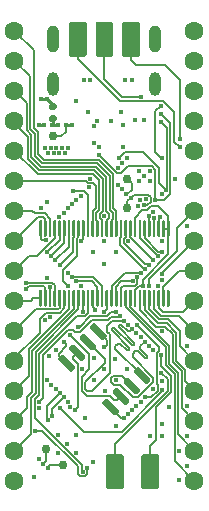
<source format=gbr>
G04 #@! TF.GenerationSoftware,KiCad,Pcbnew,5.1.9-1.fc33*
G04 #@! TF.CreationDate,2021-01-19T19:29:36+01:00*
G04 #@! TF.ProjectId,reDIP-SX,72654449-502d-4535-982e-6b696361645f,0.1*
G04 #@! TF.SameCoordinates,PX5e28010PY8011a50*
G04 #@! TF.FileFunction,Copper,L6,Bot*
G04 #@! TF.FilePolarity,Positive*
%FSLAX46Y46*%
G04 Gerber Fmt 4.6, Leading zero omitted, Abs format (unit mm)*
G04 Created by KiCad (PCBNEW 5.1.9-1.fc33) date 2021-01-19 19:29:36*
%MOMM*%
%LPD*%
G01*
G04 APERTURE LIST*
G04 #@! TA.AperFunction,ComponentPad*
%ADD10O,1.000000X2.300000*%
G04 #@! TD*
G04 #@! TA.AperFunction,ComponentPad*
%ADD11O,1.000000X2.000000*%
G04 #@! TD*
G04 #@! TA.AperFunction,ComponentPad*
%ADD12C,1.600000*%
G04 #@! TD*
G04 #@! TA.AperFunction,SMDPad,CuDef*
%ADD13C,0.750000*%
G04 #@! TD*
G04 #@! TA.AperFunction,ViaPad*
%ADD14C,0.400000*%
G04 #@! TD*
G04 #@! TA.AperFunction,Conductor*
%ADD15C,0.150000*%
G04 #@! TD*
G04 #@! TA.AperFunction,Conductor*
%ADD16C,0.200000*%
G04 #@! TD*
G04 #@! TA.AperFunction,Conductor*
%ADD17C,0.250000*%
G04 #@! TD*
G04 APERTURE END LIST*
D10*
X13210000Y38690000D03*
X4570000Y38690000D03*
D11*
X13210000Y34865000D03*
X4570000Y34865000D03*
D12*
X1270000Y26670000D03*
X1270000Y29210000D03*
X1270000Y31750000D03*
X1270000Y34290000D03*
X1270000Y36830000D03*
X1270000Y39370000D03*
G04 #@! TA.AperFunction,SMDPad,CuDef*
G36*
G01*
X3605000Y17352500D02*
X3605000Y16067500D01*
G75*
G02*
X3547500Y16010000I-57500J0D01*
G01*
X3432500Y16010000D01*
G75*
G02*
X3375000Y16067500I0J57500D01*
G01*
X3375000Y17352500D01*
G75*
G02*
X3432500Y17410000I57500J0D01*
G01*
X3547500Y17410000D01*
G75*
G02*
X3605000Y17352500I0J-57500D01*
G01*
G37*
G04 #@! TD.AperFunction*
G04 #@! TA.AperFunction,SMDPad,CuDef*
G36*
G01*
X3605000Y23252500D02*
X3605000Y21967500D01*
G75*
G02*
X3547500Y21910000I-57500J0D01*
G01*
X3432500Y21910000D01*
G75*
G02*
X3375000Y21967500I0J57500D01*
G01*
X3375000Y23252500D01*
G75*
G02*
X3432500Y23310000I57500J0D01*
G01*
X3547500Y23310000D01*
G75*
G02*
X3605000Y23252500I0J-57500D01*
G01*
G37*
G04 #@! TD.AperFunction*
G04 #@! TA.AperFunction,SMDPad,CuDef*
G36*
G01*
X4005000Y17352500D02*
X4005000Y16067500D01*
G75*
G02*
X3947500Y16010000I-57500J0D01*
G01*
X3832500Y16010000D01*
G75*
G02*
X3775000Y16067500I0J57500D01*
G01*
X3775000Y17352500D01*
G75*
G02*
X3832500Y17410000I57500J0D01*
G01*
X3947500Y17410000D01*
G75*
G02*
X4005000Y17352500I0J-57500D01*
G01*
G37*
G04 #@! TD.AperFunction*
G04 #@! TA.AperFunction,SMDPad,CuDef*
G36*
G01*
X4005000Y23252500D02*
X4005000Y21967500D01*
G75*
G02*
X3947500Y21910000I-57500J0D01*
G01*
X3832500Y21910000D01*
G75*
G02*
X3775000Y21967500I0J57500D01*
G01*
X3775000Y23252500D01*
G75*
G02*
X3832500Y23310000I57500J0D01*
G01*
X3947500Y23310000D01*
G75*
G02*
X4005000Y23252500I0J-57500D01*
G01*
G37*
G04 #@! TD.AperFunction*
G04 #@! TA.AperFunction,SMDPad,CuDef*
G36*
G01*
X4405000Y17352500D02*
X4405000Y16067500D01*
G75*
G02*
X4347500Y16010000I-57500J0D01*
G01*
X4232500Y16010000D01*
G75*
G02*
X4175000Y16067500I0J57500D01*
G01*
X4175000Y17352500D01*
G75*
G02*
X4232500Y17410000I57500J0D01*
G01*
X4347500Y17410000D01*
G75*
G02*
X4405000Y17352500I0J-57500D01*
G01*
G37*
G04 #@! TD.AperFunction*
G04 #@! TA.AperFunction,SMDPad,CuDef*
G36*
G01*
X4405000Y23252500D02*
X4405000Y21967500D01*
G75*
G02*
X4347500Y21910000I-57500J0D01*
G01*
X4232500Y21910000D01*
G75*
G02*
X4175000Y21967500I0J57500D01*
G01*
X4175000Y23252500D01*
G75*
G02*
X4232500Y23310000I57500J0D01*
G01*
X4347500Y23310000D01*
G75*
G02*
X4405000Y23252500I0J-57500D01*
G01*
G37*
G04 #@! TD.AperFunction*
G04 #@! TA.AperFunction,SMDPad,CuDef*
G36*
G01*
X4805000Y17352500D02*
X4805000Y16067500D01*
G75*
G02*
X4747500Y16010000I-57500J0D01*
G01*
X4632500Y16010000D01*
G75*
G02*
X4575000Y16067500I0J57500D01*
G01*
X4575000Y17352500D01*
G75*
G02*
X4632500Y17410000I57500J0D01*
G01*
X4747500Y17410000D01*
G75*
G02*
X4805000Y17352500I0J-57500D01*
G01*
G37*
G04 #@! TD.AperFunction*
G04 #@! TA.AperFunction,SMDPad,CuDef*
G36*
G01*
X4805000Y23252500D02*
X4805000Y21967500D01*
G75*
G02*
X4747500Y21910000I-57500J0D01*
G01*
X4632500Y21910000D01*
G75*
G02*
X4575000Y21967500I0J57500D01*
G01*
X4575000Y23252500D01*
G75*
G02*
X4632500Y23310000I57500J0D01*
G01*
X4747500Y23310000D01*
G75*
G02*
X4805000Y23252500I0J-57500D01*
G01*
G37*
G04 #@! TD.AperFunction*
G04 #@! TA.AperFunction,SMDPad,CuDef*
G36*
G01*
X5205000Y17352500D02*
X5205000Y16067500D01*
G75*
G02*
X5147500Y16010000I-57500J0D01*
G01*
X5032500Y16010000D01*
G75*
G02*
X4975000Y16067500I0J57500D01*
G01*
X4975000Y17352500D01*
G75*
G02*
X5032500Y17410000I57500J0D01*
G01*
X5147500Y17410000D01*
G75*
G02*
X5205000Y17352500I0J-57500D01*
G01*
G37*
G04 #@! TD.AperFunction*
G04 #@! TA.AperFunction,SMDPad,CuDef*
G36*
G01*
X5205000Y23252500D02*
X5205000Y21967500D01*
G75*
G02*
X5147500Y21910000I-57500J0D01*
G01*
X5032500Y21910000D01*
G75*
G02*
X4975000Y21967500I0J57500D01*
G01*
X4975000Y23252500D01*
G75*
G02*
X5032500Y23310000I57500J0D01*
G01*
X5147500Y23310000D01*
G75*
G02*
X5205000Y23252500I0J-57500D01*
G01*
G37*
G04 #@! TD.AperFunction*
G04 #@! TA.AperFunction,SMDPad,CuDef*
G36*
G01*
X5605000Y17352500D02*
X5605000Y16067500D01*
G75*
G02*
X5547500Y16010000I-57500J0D01*
G01*
X5432500Y16010000D01*
G75*
G02*
X5375000Y16067500I0J57500D01*
G01*
X5375000Y17352500D01*
G75*
G02*
X5432500Y17410000I57500J0D01*
G01*
X5547500Y17410000D01*
G75*
G02*
X5605000Y17352500I0J-57500D01*
G01*
G37*
G04 #@! TD.AperFunction*
G04 #@! TA.AperFunction,SMDPad,CuDef*
G36*
G01*
X5605000Y23252500D02*
X5605000Y21967500D01*
G75*
G02*
X5547500Y21910000I-57500J0D01*
G01*
X5432500Y21910000D01*
G75*
G02*
X5375000Y21967500I0J57500D01*
G01*
X5375000Y23252500D01*
G75*
G02*
X5432500Y23310000I57500J0D01*
G01*
X5547500Y23310000D01*
G75*
G02*
X5605000Y23252500I0J-57500D01*
G01*
G37*
G04 #@! TD.AperFunction*
G04 #@! TA.AperFunction,SMDPad,CuDef*
G36*
G01*
X6005000Y17352500D02*
X6005000Y16067500D01*
G75*
G02*
X5947500Y16010000I-57500J0D01*
G01*
X5832500Y16010000D01*
G75*
G02*
X5775000Y16067500I0J57500D01*
G01*
X5775000Y17352500D01*
G75*
G02*
X5832500Y17410000I57500J0D01*
G01*
X5947500Y17410000D01*
G75*
G02*
X6005000Y17352500I0J-57500D01*
G01*
G37*
G04 #@! TD.AperFunction*
G04 #@! TA.AperFunction,SMDPad,CuDef*
G36*
G01*
X6005000Y23252500D02*
X6005000Y21967500D01*
G75*
G02*
X5947500Y21910000I-57500J0D01*
G01*
X5832500Y21910000D01*
G75*
G02*
X5775000Y21967500I0J57500D01*
G01*
X5775000Y23252500D01*
G75*
G02*
X5832500Y23310000I57500J0D01*
G01*
X5947500Y23310000D01*
G75*
G02*
X6005000Y23252500I0J-57500D01*
G01*
G37*
G04 #@! TD.AperFunction*
G04 #@! TA.AperFunction,SMDPad,CuDef*
G36*
G01*
X6405000Y17352500D02*
X6405000Y16067500D01*
G75*
G02*
X6347500Y16010000I-57500J0D01*
G01*
X6232500Y16010000D01*
G75*
G02*
X6175000Y16067500I0J57500D01*
G01*
X6175000Y17352500D01*
G75*
G02*
X6232500Y17410000I57500J0D01*
G01*
X6347500Y17410000D01*
G75*
G02*
X6405000Y17352500I0J-57500D01*
G01*
G37*
G04 #@! TD.AperFunction*
G04 #@! TA.AperFunction,SMDPad,CuDef*
G36*
G01*
X6405000Y23252500D02*
X6405000Y21967500D01*
G75*
G02*
X6347500Y21910000I-57500J0D01*
G01*
X6232500Y21910000D01*
G75*
G02*
X6175000Y21967500I0J57500D01*
G01*
X6175000Y23252500D01*
G75*
G02*
X6232500Y23310000I57500J0D01*
G01*
X6347500Y23310000D01*
G75*
G02*
X6405000Y23252500I0J-57500D01*
G01*
G37*
G04 #@! TD.AperFunction*
G04 #@! TA.AperFunction,SMDPad,CuDef*
G36*
G01*
X6805000Y17352500D02*
X6805000Y16067500D01*
G75*
G02*
X6747500Y16010000I-57500J0D01*
G01*
X6632500Y16010000D01*
G75*
G02*
X6575000Y16067500I0J57500D01*
G01*
X6575000Y17352500D01*
G75*
G02*
X6632500Y17410000I57500J0D01*
G01*
X6747500Y17410000D01*
G75*
G02*
X6805000Y17352500I0J-57500D01*
G01*
G37*
G04 #@! TD.AperFunction*
G04 #@! TA.AperFunction,SMDPad,CuDef*
G36*
G01*
X6805000Y23252500D02*
X6805000Y21967500D01*
G75*
G02*
X6747500Y21910000I-57500J0D01*
G01*
X6632500Y21910000D01*
G75*
G02*
X6575000Y21967500I0J57500D01*
G01*
X6575000Y23252500D01*
G75*
G02*
X6632500Y23310000I57500J0D01*
G01*
X6747500Y23310000D01*
G75*
G02*
X6805000Y23252500I0J-57500D01*
G01*
G37*
G04 #@! TD.AperFunction*
G04 #@! TA.AperFunction,SMDPad,CuDef*
G36*
G01*
X7205000Y17352500D02*
X7205000Y16067500D01*
G75*
G02*
X7147500Y16010000I-57500J0D01*
G01*
X7032500Y16010000D01*
G75*
G02*
X6975000Y16067500I0J57500D01*
G01*
X6975000Y17352500D01*
G75*
G02*
X7032500Y17410000I57500J0D01*
G01*
X7147500Y17410000D01*
G75*
G02*
X7205000Y17352500I0J-57500D01*
G01*
G37*
G04 #@! TD.AperFunction*
G04 #@! TA.AperFunction,SMDPad,CuDef*
G36*
G01*
X7205000Y23252500D02*
X7205000Y21967500D01*
G75*
G02*
X7147500Y21910000I-57500J0D01*
G01*
X7032500Y21910000D01*
G75*
G02*
X6975000Y21967500I0J57500D01*
G01*
X6975000Y23252500D01*
G75*
G02*
X7032500Y23310000I57500J0D01*
G01*
X7147500Y23310000D01*
G75*
G02*
X7205000Y23252500I0J-57500D01*
G01*
G37*
G04 #@! TD.AperFunction*
G04 #@! TA.AperFunction,SMDPad,CuDef*
G36*
G01*
X7605000Y17352500D02*
X7605000Y16067500D01*
G75*
G02*
X7547500Y16010000I-57500J0D01*
G01*
X7432500Y16010000D01*
G75*
G02*
X7375000Y16067500I0J57500D01*
G01*
X7375000Y17352500D01*
G75*
G02*
X7432500Y17410000I57500J0D01*
G01*
X7547500Y17410000D01*
G75*
G02*
X7605000Y17352500I0J-57500D01*
G01*
G37*
G04 #@! TD.AperFunction*
G04 #@! TA.AperFunction,SMDPad,CuDef*
G36*
G01*
X7605000Y23252500D02*
X7605000Y21967500D01*
G75*
G02*
X7547500Y21910000I-57500J0D01*
G01*
X7432500Y21910000D01*
G75*
G02*
X7375000Y21967500I0J57500D01*
G01*
X7375000Y23252500D01*
G75*
G02*
X7432500Y23310000I57500J0D01*
G01*
X7547500Y23310000D01*
G75*
G02*
X7605000Y23252500I0J-57500D01*
G01*
G37*
G04 #@! TD.AperFunction*
G04 #@! TA.AperFunction,SMDPad,CuDef*
G36*
G01*
X8005000Y17352500D02*
X8005000Y16067500D01*
G75*
G02*
X7947500Y16010000I-57500J0D01*
G01*
X7832500Y16010000D01*
G75*
G02*
X7775000Y16067500I0J57500D01*
G01*
X7775000Y17352500D01*
G75*
G02*
X7832500Y17410000I57500J0D01*
G01*
X7947500Y17410000D01*
G75*
G02*
X8005000Y17352500I0J-57500D01*
G01*
G37*
G04 #@! TD.AperFunction*
G04 #@! TA.AperFunction,SMDPad,CuDef*
G36*
G01*
X8005000Y23252500D02*
X8005000Y21967500D01*
G75*
G02*
X7947500Y21910000I-57500J0D01*
G01*
X7832500Y21910000D01*
G75*
G02*
X7775000Y21967500I0J57500D01*
G01*
X7775000Y23252500D01*
G75*
G02*
X7832500Y23310000I57500J0D01*
G01*
X7947500Y23310000D01*
G75*
G02*
X8005000Y23252500I0J-57500D01*
G01*
G37*
G04 #@! TD.AperFunction*
G04 #@! TA.AperFunction,SMDPad,CuDef*
G36*
G01*
X8405000Y17352500D02*
X8405000Y16067500D01*
G75*
G02*
X8347500Y16010000I-57500J0D01*
G01*
X8232500Y16010000D01*
G75*
G02*
X8175000Y16067500I0J57500D01*
G01*
X8175000Y17352500D01*
G75*
G02*
X8232500Y17410000I57500J0D01*
G01*
X8347500Y17410000D01*
G75*
G02*
X8405000Y17352500I0J-57500D01*
G01*
G37*
G04 #@! TD.AperFunction*
G04 #@! TA.AperFunction,SMDPad,CuDef*
G36*
G01*
X8405000Y23252500D02*
X8405000Y21967500D01*
G75*
G02*
X8347500Y21910000I-57500J0D01*
G01*
X8232500Y21910000D01*
G75*
G02*
X8175000Y21967500I0J57500D01*
G01*
X8175000Y23252500D01*
G75*
G02*
X8232500Y23310000I57500J0D01*
G01*
X8347500Y23310000D01*
G75*
G02*
X8405000Y23252500I0J-57500D01*
G01*
G37*
G04 #@! TD.AperFunction*
G04 #@! TA.AperFunction,SMDPad,CuDef*
G36*
G01*
X8805000Y17352500D02*
X8805000Y16067500D01*
G75*
G02*
X8747500Y16010000I-57500J0D01*
G01*
X8632500Y16010000D01*
G75*
G02*
X8575000Y16067500I0J57500D01*
G01*
X8575000Y17352500D01*
G75*
G02*
X8632500Y17410000I57500J0D01*
G01*
X8747500Y17410000D01*
G75*
G02*
X8805000Y17352500I0J-57500D01*
G01*
G37*
G04 #@! TD.AperFunction*
G04 #@! TA.AperFunction,SMDPad,CuDef*
G36*
G01*
X8805000Y23252500D02*
X8805000Y21967500D01*
G75*
G02*
X8747500Y21910000I-57500J0D01*
G01*
X8632500Y21910000D01*
G75*
G02*
X8575000Y21967500I0J57500D01*
G01*
X8575000Y23252500D01*
G75*
G02*
X8632500Y23310000I57500J0D01*
G01*
X8747500Y23310000D01*
G75*
G02*
X8805000Y23252500I0J-57500D01*
G01*
G37*
G04 #@! TD.AperFunction*
G04 #@! TA.AperFunction,SMDPad,CuDef*
G36*
G01*
X9205000Y17352500D02*
X9205000Y16067500D01*
G75*
G02*
X9147500Y16010000I-57500J0D01*
G01*
X9032500Y16010000D01*
G75*
G02*
X8975000Y16067500I0J57500D01*
G01*
X8975000Y17352500D01*
G75*
G02*
X9032500Y17410000I57500J0D01*
G01*
X9147500Y17410000D01*
G75*
G02*
X9205000Y17352500I0J-57500D01*
G01*
G37*
G04 #@! TD.AperFunction*
G04 #@! TA.AperFunction,SMDPad,CuDef*
G36*
G01*
X9205000Y23252500D02*
X9205000Y21967500D01*
G75*
G02*
X9147500Y21910000I-57500J0D01*
G01*
X9032500Y21910000D01*
G75*
G02*
X8975000Y21967500I0J57500D01*
G01*
X8975000Y23252500D01*
G75*
G02*
X9032500Y23310000I57500J0D01*
G01*
X9147500Y23310000D01*
G75*
G02*
X9205000Y23252500I0J-57500D01*
G01*
G37*
G04 #@! TD.AperFunction*
G04 #@! TA.AperFunction,SMDPad,CuDef*
G36*
G01*
X9605000Y17352500D02*
X9605000Y16067500D01*
G75*
G02*
X9547500Y16010000I-57500J0D01*
G01*
X9432500Y16010000D01*
G75*
G02*
X9375000Y16067500I0J57500D01*
G01*
X9375000Y17352500D01*
G75*
G02*
X9432500Y17410000I57500J0D01*
G01*
X9547500Y17410000D01*
G75*
G02*
X9605000Y17352500I0J-57500D01*
G01*
G37*
G04 #@! TD.AperFunction*
G04 #@! TA.AperFunction,SMDPad,CuDef*
G36*
G01*
X9605000Y23252500D02*
X9605000Y21967500D01*
G75*
G02*
X9547500Y21910000I-57500J0D01*
G01*
X9432500Y21910000D01*
G75*
G02*
X9375000Y21967500I0J57500D01*
G01*
X9375000Y23252500D01*
G75*
G02*
X9432500Y23310000I57500J0D01*
G01*
X9547500Y23310000D01*
G75*
G02*
X9605000Y23252500I0J-57500D01*
G01*
G37*
G04 #@! TD.AperFunction*
G04 #@! TA.AperFunction,SMDPad,CuDef*
G36*
G01*
X10005000Y17352500D02*
X10005000Y16067500D01*
G75*
G02*
X9947500Y16010000I-57500J0D01*
G01*
X9832500Y16010000D01*
G75*
G02*
X9775000Y16067500I0J57500D01*
G01*
X9775000Y17352500D01*
G75*
G02*
X9832500Y17410000I57500J0D01*
G01*
X9947500Y17410000D01*
G75*
G02*
X10005000Y17352500I0J-57500D01*
G01*
G37*
G04 #@! TD.AperFunction*
G04 #@! TA.AperFunction,SMDPad,CuDef*
G36*
G01*
X10005000Y23252500D02*
X10005000Y21967500D01*
G75*
G02*
X9947500Y21910000I-57500J0D01*
G01*
X9832500Y21910000D01*
G75*
G02*
X9775000Y21967500I0J57500D01*
G01*
X9775000Y23252500D01*
G75*
G02*
X9832500Y23310000I57500J0D01*
G01*
X9947500Y23310000D01*
G75*
G02*
X10005000Y23252500I0J-57500D01*
G01*
G37*
G04 #@! TD.AperFunction*
G04 #@! TA.AperFunction,SMDPad,CuDef*
G36*
G01*
X10405000Y17352500D02*
X10405000Y16067500D01*
G75*
G02*
X10347500Y16010000I-57500J0D01*
G01*
X10232500Y16010000D01*
G75*
G02*
X10175000Y16067500I0J57500D01*
G01*
X10175000Y17352500D01*
G75*
G02*
X10232500Y17410000I57500J0D01*
G01*
X10347500Y17410000D01*
G75*
G02*
X10405000Y17352500I0J-57500D01*
G01*
G37*
G04 #@! TD.AperFunction*
G04 #@! TA.AperFunction,SMDPad,CuDef*
G36*
G01*
X10405000Y23252500D02*
X10405000Y21967500D01*
G75*
G02*
X10347500Y21910000I-57500J0D01*
G01*
X10232500Y21910000D01*
G75*
G02*
X10175000Y21967500I0J57500D01*
G01*
X10175000Y23252500D01*
G75*
G02*
X10232500Y23310000I57500J0D01*
G01*
X10347500Y23310000D01*
G75*
G02*
X10405000Y23252500I0J-57500D01*
G01*
G37*
G04 #@! TD.AperFunction*
G04 #@! TA.AperFunction,SMDPad,CuDef*
G36*
G01*
X10805000Y17352500D02*
X10805000Y16067500D01*
G75*
G02*
X10747500Y16010000I-57500J0D01*
G01*
X10632500Y16010000D01*
G75*
G02*
X10575000Y16067500I0J57500D01*
G01*
X10575000Y17352500D01*
G75*
G02*
X10632500Y17410000I57500J0D01*
G01*
X10747500Y17410000D01*
G75*
G02*
X10805000Y17352500I0J-57500D01*
G01*
G37*
G04 #@! TD.AperFunction*
G04 #@! TA.AperFunction,SMDPad,CuDef*
G36*
G01*
X10805000Y23252500D02*
X10805000Y21967500D01*
G75*
G02*
X10747500Y21910000I-57500J0D01*
G01*
X10632500Y21910000D01*
G75*
G02*
X10575000Y21967500I0J57500D01*
G01*
X10575000Y23252500D01*
G75*
G02*
X10632500Y23310000I57500J0D01*
G01*
X10747500Y23310000D01*
G75*
G02*
X10805000Y23252500I0J-57500D01*
G01*
G37*
G04 #@! TD.AperFunction*
G04 #@! TA.AperFunction,SMDPad,CuDef*
G36*
G01*
X11205000Y17352500D02*
X11205000Y16067500D01*
G75*
G02*
X11147500Y16010000I-57500J0D01*
G01*
X11032500Y16010000D01*
G75*
G02*
X10975000Y16067500I0J57500D01*
G01*
X10975000Y17352500D01*
G75*
G02*
X11032500Y17410000I57500J0D01*
G01*
X11147500Y17410000D01*
G75*
G02*
X11205000Y17352500I0J-57500D01*
G01*
G37*
G04 #@! TD.AperFunction*
G04 #@! TA.AperFunction,SMDPad,CuDef*
G36*
G01*
X11205000Y23252500D02*
X11205000Y21967500D01*
G75*
G02*
X11147500Y21910000I-57500J0D01*
G01*
X11032500Y21910000D01*
G75*
G02*
X10975000Y21967500I0J57500D01*
G01*
X10975000Y23252500D01*
G75*
G02*
X11032500Y23310000I57500J0D01*
G01*
X11147500Y23310000D01*
G75*
G02*
X11205000Y23252500I0J-57500D01*
G01*
G37*
G04 #@! TD.AperFunction*
G04 #@! TA.AperFunction,SMDPad,CuDef*
G36*
G01*
X11605000Y17352500D02*
X11605000Y16067500D01*
G75*
G02*
X11547500Y16010000I-57500J0D01*
G01*
X11432500Y16010000D01*
G75*
G02*
X11375000Y16067500I0J57500D01*
G01*
X11375000Y17352500D01*
G75*
G02*
X11432500Y17410000I57500J0D01*
G01*
X11547500Y17410000D01*
G75*
G02*
X11605000Y17352500I0J-57500D01*
G01*
G37*
G04 #@! TD.AperFunction*
G04 #@! TA.AperFunction,SMDPad,CuDef*
G36*
G01*
X11605000Y23252500D02*
X11605000Y21967500D01*
G75*
G02*
X11547500Y21910000I-57500J0D01*
G01*
X11432500Y21910000D01*
G75*
G02*
X11375000Y21967500I0J57500D01*
G01*
X11375000Y23252500D01*
G75*
G02*
X11432500Y23310000I57500J0D01*
G01*
X11547500Y23310000D01*
G75*
G02*
X11605000Y23252500I0J-57500D01*
G01*
G37*
G04 #@! TD.AperFunction*
G04 #@! TA.AperFunction,SMDPad,CuDef*
G36*
G01*
X12005000Y17352500D02*
X12005000Y16067500D01*
G75*
G02*
X11947500Y16010000I-57500J0D01*
G01*
X11832500Y16010000D01*
G75*
G02*
X11775000Y16067500I0J57500D01*
G01*
X11775000Y17352500D01*
G75*
G02*
X11832500Y17410000I57500J0D01*
G01*
X11947500Y17410000D01*
G75*
G02*
X12005000Y17352500I0J-57500D01*
G01*
G37*
G04 #@! TD.AperFunction*
G04 #@! TA.AperFunction,SMDPad,CuDef*
G36*
G01*
X12005000Y23252500D02*
X12005000Y21967500D01*
G75*
G02*
X11947500Y21910000I-57500J0D01*
G01*
X11832500Y21910000D01*
G75*
G02*
X11775000Y21967500I0J57500D01*
G01*
X11775000Y23252500D01*
G75*
G02*
X11832500Y23310000I57500J0D01*
G01*
X11947500Y23310000D01*
G75*
G02*
X12005000Y23252500I0J-57500D01*
G01*
G37*
G04 #@! TD.AperFunction*
G04 #@! TA.AperFunction,SMDPad,CuDef*
G36*
G01*
X12405000Y17352500D02*
X12405000Y16067500D01*
G75*
G02*
X12347500Y16010000I-57500J0D01*
G01*
X12232500Y16010000D01*
G75*
G02*
X12175000Y16067500I0J57500D01*
G01*
X12175000Y17352500D01*
G75*
G02*
X12232500Y17410000I57500J0D01*
G01*
X12347500Y17410000D01*
G75*
G02*
X12405000Y17352500I0J-57500D01*
G01*
G37*
G04 #@! TD.AperFunction*
G04 #@! TA.AperFunction,SMDPad,CuDef*
G36*
G01*
X12405000Y23252500D02*
X12405000Y21967500D01*
G75*
G02*
X12347500Y21910000I-57500J0D01*
G01*
X12232500Y21910000D01*
G75*
G02*
X12175000Y21967500I0J57500D01*
G01*
X12175000Y23252500D01*
G75*
G02*
X12232500Y23310000I57500J0D01*
G01*
X12347500Y23310000D01*
G75*
G02*
X12405000Y23252500I0J-57500D01*
G01*
G37*
G04 #@! TD.AperFunction*
G04 #@! TA.AperFunction,SMDPad,CuDef*
G36*
G01*
X12805000Y17352500D02*
X12805000Y16067500D01*
G75*
G02*
X12747500Y16010000I-57500J0D01*
G01*
X12632500Y16010000D01*
G75*
G02*
X12575000Y16067500I0J57500D01*
G01*
X12575000Y17352500D01*
G75*
G02*
X12632500Y17410000I57500J0D01*
G01*
X12747500Y17410000D01*
G75*
G02*
X12805000Y17352500I0J-57500D01*
G01*
G37*
G04 #@! TD.AperFunction*
G04 #@! TA.AperFunction,SMDPad,CuDef*
G36*
G01*
X12805000Y23252500D02*
X12805000Y21967500D01*
G75*
G02*
X12747500Y21910000I-57500J0D01*
G01*
X12632500Y21910000D01*
G75*
G02*
X12575000Y21967500I0J57500D01*
G01*
X12575000Y23252500D01*
G75*
G02*
X12632500Y23310000I57500J0D01*
G01*
X12747500Y23310000D01*
G75*
G02*
X12805000Y23252500I0J-57500D01*
G01*
G37*
G04 #@! TD.AperFunction*
G04 #@! TA.AperFunction,SMDPad,CuDef*
G36*
G01*
X13205000Y17352500D02*
X13205000Y16067500D01*
G75*
G02*
X13147500Y16010000I-57500J0D01*
G01*
X13032500Y16010000D01*
G75*
G02*
X12975000Y16067500I0J57500D01*
G01*
X12975000Y17352500D01*
G75*
G02*
X13032500Y17410000I57500J0D01*
G01*
X13147500Y17410000D01*
G75*
G02*
X13205000Y17352500I0J-57500D01*
G01*
G37*
G04 #@! TD.AperFunction*
G04 #@! TA.AperFunction,SMDPad,CuDef*
G36*
G01*
X13205000Y23252500D02*
X13205000Y21967500D01*
G75*
G02*
X13147500Y21910000I-57500J0D01*
G01*
X13032500Y21910000D01*
G75*
G02*
X12975000Y21967500I0J57500D01*
G01*
X12975000Y23252500D01*
G75*
G02*
X13032500Y23310000I57500J0D01*
G01*
X13147500Y23310000D01*
G75*
G02*
X13205000Y23252500I0J-57500D01*
G01*
G37*
G04 #@! TD.AperFunction*
G04 #@! TA.AperFunction,SMDPad,CuDef*
G36*
G01*
X13605000Y17352500D02*
X13605000Y16067500D01*
G75*
G02*
X13547500Y16010000I-57500J0D01*
G01*
X13432500Y16010000D01*
G75*
G02*
X13375000Y16067500I0J57500D01*
G01*
X13375000Y17352500D01*
G75*
G02*
X13432500Y17410000I57500J0D01*
G01*
X13547500Y17410000D01*
G75*
G02*
X13605000Y17352500I0J-57500D01*
G01*
G37*
G04 #@! TD.AperFunction*
G04 #@! TA.AperFunction,SMDPad,CuDef*
G36*
G01*
X13605000Y23252500D02*
X13605000Y21967500D01*
G75*
G02*
X13547500Y21910000I-57500J0D01*
G01*
X13432500Y21910000D01*
G75*
G02*
X13375000Y21967500I0J57500D01*
G01*
X13375000Y23252500D01*
G75*
G02*
X13432500Y23310000I57500J0D01*
G01*
X13547500Y23310000D01*
G75*
G02*
X13605000Y23252500I0J-57500D01*
G01*
G37*
G04 #@! TD.AperFunction*
G04 #@! TA.AperFunction,SMDPad,CuDef*
G36*
G01*
X14005000Y17352500D02*
X14005000Y16067500D01*
G75*
G02*
X13947500Y16010000I-57500J0D01*
G01*
X13832500Y16010000D01*
G75*
G02*
X13775000Y16067500I0J57500D01*
G01*
X13775000Y17352500D01*
G75*
G02*
X13832500Y17410000I57500J0D01*
G01*
X13947500Y17410000D01*
G75*
G02*
X14005000Y17352500I0J-57500D01*
G01*
G37*
G04 #@! TD.AperFunction*
G04 #@! TA.AperFunction,SMDPad,CuDef*
G36*
G01*
X14005000Y23252500D02*
X14005000Y21967500D01*
G75*
G02*
X13947500Y21910000I-57500J0D01*
G01*
X13832500Y21910000D01*
G75*
G02*
X13775000Y21967500I0J57500D01*
G01*
X13775000Y23252500D01*
G75*
G02*
X13832500Y23310000I57500J0D01*
G01*
X13947500Y23310000D01*
G75*
G02*
X14005000Y23252500I0J-57500D01*
G01*
G37*
G04 #@! TD.AperFunction*
G04 #@! TA.AperFunction,SMDPad,CuDef*
G36*
G01*
X14405000Y17352500D02*
X14405000Y16067500D01*
G75*
G02*
X14347500Y16010000I-57500J0D01*
G01*
X14232500Y16010000D01*
G75*
G02*
X14175000Y16067500I0J57500D01*
G01*
X14175000Y17352500D01*
G75*
G02*
X14232500Y17410000I57500J0D01*
G01*
X14347500Y17410000D01*
G75*
G02*
X14405000Y17352500I0J-57500D01*
G01*
G37*
G04 #@! TD.AperFunction*
G04 #@! TA.AperFunction,SMDPad,CuDef*
G36*
G01*
X14405000Y23252500D02*
X14405000Y21967500D01*
G75*
G02*
X14347500Y21910000I-57500J0D01*
G01*
X14232500Y21910000D01*
G75*
G02*
X14175000Y21967500I0J57500D01*
G01*
X14175000Y23252500D01*
G75*
G02*
X14232500Y23310000I57500J0D01*
G01*
X14347500Y23310000D01*
G75*
G02*
X14405000Y23252500I0J-57500D01*
G01*
G37*
G04 #@! TD.AperFunction*
G04 #@! TA.AperFunction,SMDPad,CuDef*
G36*
G01*
X4335000Y32190000D02*
X4705000Y32190000D01*
G75*
G02*
X4840000Y32055000I0J-135000D01*
G01*
X4840000Y31785000D01*
G75*
G02*
X4705000Y31650000I-135000J0D01*
G01*
X4335000Y31650000D01*
G75*
G02*
X4200000Y31785000I0J135000D01*
G01*
X4200000Y32055000D01*
G75*
G02*
X4335000Y32190000I135000J0D01*
G01*
G37*
G04 #@! TD.AperFunction*
G04 #@! TA.AperFunction,SMDPad,CuDef*
G36*
G01*
X4335000Y33210000D02*
X4705000Y33210000D01*
G75*
G02*
X4840000Y33075000I0J-135000D01*
G01*
X4840000Y32805000D01*
G75*
G02*
X4705000Y32670000I-135000J0D01*
G01*
X4335000Y32670000D01*
G75*
G02*
X4200000Y32805000I0J135000D01*
G01*
X4200000Y33075000D01*
G75*
G02*
X4335000Y33210000I135000J0D01*
G01*
G37*
G04 #@! TD.AperFunction*
X16510000Y26670000D03*
X16510000Y29210000D03*
X16510000Y31750000D03*
X16510000Y34290000D03*
X16510000Y36830000D03*
X16510000Y39370000D03*
G04 #@! TA.AperFunction,SMDPad,CuDef*
G36*
G01*
X11890000Y39990000D02*
X11890000Y37290000D01*
G75*
G02*
X11740000Y37140000I-150000J0D01*
G01*
X10540000Y37140000D01*
G75*
G02*
X10390000Y37290000I0J150000D01*
G01*
X10390000Y39990000D01*
G75*
G02*
X10540000Y40140000I150000J0D01*
G01*
X11740000Y40140000D01*
G75*
G02*
X11890000Y39990000I0J-150000D01*
G01*
G37*
G04 #@! TD.AperFunction*
G04 #@! TA.AperFunction,SMDPad,CuDef*
G36*
G01*
X13520000Y3380000D02*
X13520000Y680000D01*
G75*
G02*
X13370000Y530000I-150000J0D01*
G01*
X12170000Y530000D01*
G75*
G02*
X12020000Y680000I0J150000D01*
G01*
X12020000Y3380000D01*
G75*
G02*
X12170000Y3530000I150000J0D01*
G01*
X13370000Y3530000D01*
G75*
G02*
X13520000Y3380000I0J-150000D01*
G01*
G37*
G04 #@! TD.AperFunction*
G04 #@! TA.AperFunction,SMDPad,CuDef*
G36*
G01*
X10520000Y3380000D02*
X10520000Y680000D01*
G75*
G02*
X10370000Y530000I-150000J0D01*
G01*
X9170000Y530000D01*
G75*
G02*
X9020000Y680000I0J150000D01*
G01*
X9020000Y3380000D01*
G75*
G02*
X9170000Y3530000I150000J0D01*
G01*
X10370000Y3530000D01*
G75*
G02*
X10520000Y3380000I0J-150000D01*
G01*
G37*
G04 #@! TD.AperFunction*
G04 #@! TA.AperFunction,SMDPad,CuDef*
G36*
G01*
X7390000Y39990000D02*
X7390000Y37290000D01*
G75*
G02*
X7240000Y37140000I-150000J0D01*
G01*
X6040000Y37140000D01*
G75*
G02*
X5890000Y37290000I0J150000D01*
G01*
X5890000Y39990000D01*
G75*
G02*
X6040000Y40140000I150000J0D01*
G01*
X7240000Y40140000D01*
G75*
G02*
X7390000Y39990000I0J-150000D01*
G01*
G37*
G04 #@! TD.AperFunction*
G04 #@! TA.AperFunction,SMDPad,CuDef*
G36*
G01*
X9640000Y39990000D02*
X9640000Y37290000D01*
G75*
G02*
X9490000Y37140000I-150000J0D01*
G01*
X8290000Y37140000D01*
G75*
G02*
X8140000Y37290000I0J150000D01*
G01*
X8140000Y39990000D01*
G75*
G02*
X8290000Y40140000I150000J0D01*
G01*
X9490000Y40140000D01*
G75*
G02*
X9640000Y39990000I0J-150000D01*
G01*
G37*
G04 #@! TD.AperFunction*
X16510000Y1270000D03*
X16510000Y3810000D03*
X16510000Y6350000D03*
X16510000Y8890000D03*
X16510000Y11430000D03*
X16510000Y13970000D03*
X16510000Y16510000D03*
X16510000Y19050000D03*
X16510000Y21590000D03*
X16510000Y24130000D03*
D13*
X5360000Y2570000D03*
D12*
X1270000Y1270000D03*
X1270000Y3810000D03*
X1270000Y6350000D03*
X1270000Y8890000D03*
X1270000Y11430000D03*
X1270000Y13970000D03*
X1270000Y16510000D03*
X1270000Y19050000D03*
X1270000Y21590000D03*
X1270000Y24130000D03*
G04 #@! TA.AperFunction,SMDPad,CuDef*
G36*
G01*
X8709688Y7964103D02*
X8921820Y8176235D01*
G75*
G02*
X9133952Y8176235I106066J-106066D01*
G01*
X10088546Y7221641D01*
G75*
G02*
X10088546Y7009509I-106066J-106066D01*
G01*
X9876414Y6797377D01*
G75*
G02*
X9664282Y6797377I-106066J106066D01*
G01*
X8709688Y7751971D01*
G75*
G02*
X8709688Y7964103I106066J106066D01*
G01*
G37*
G04 #@! TD.AperFunction*
G04 #@! TA.AperFunction,SMDPad,CuDef*
G36*
G01*
X9607713Y8862129D02*
X9819845Y9074261D01*
G75*
G02*
X10031977Y9074261I106066J-106066D01*
G01*
X10986571Y8119667D01*
G75*
G02*
X10986571Y7907535I-106066J-106066D01*
G01*
X10774439Y7695403D01*
G75*
G02*
X10562307Y7695403I-106066J106066D01*
G01*
X9607713Y8649997D01*
G75*
G02*
X9607713Y8862129I106066J106066D01*
G01*
G37*
G04 #@! TD.AperFunction*
G04 #@! TA.AperFunction,SMDPad,CuDef*
G36*
G01*
X10505739Y9760155D02*
X10717871Y9972287D01*
G75*
G02*
X10930003Y9972287I106066J-106066D01*
G01*
X11884597Y9017693D01*
G75*
G02*
X11884597Y8805561I-106066J-106066D01*
G01*
X11672465Y8593429D01*
G75*
G02*
X11460333Y8593429I-106066J106066D01*
G01*
X10505739Y9548023D01*
G75*
G02*
X10505739Y9760155I106066J106066D01*
G01*
G37*
G04 #@! TD.AperFunction*
G04 #@! TA.AperFunction,SMDPad,CuDef*
G36*
G01*
X11403765Y10658180D02*
X11615897Y10870312D01*
G75*
G02*
X11828029Y10870312I106066J-106066D01*
G01*
X12782623Y9915718D01*
G75*
G02*
X12782623Y9703586I-106066J-106066D01*
G01*
X12570491Y9491454D01*
G75*
G02*
X12358359Y9491454I-106066J106066D01*
G01*
X11403765Y10446048D01*
G75*
G02*
X11403765Y10658180I106066J106066D01*
G01*
G37*
G04 #@! TD.AperFunction*
G04 #@! TA.AperFunction,SMDPad,CuDef*
G36*
G01*
X7691454Y14370491D02*
X7903586Y14582623D01*
G75*
G02*
X8115718Y14582623I106066J-106066D01*
G01*
X9070312Y13628029D01*
G75*
G02*
X9070312Y13415897I-106066J-106066D01*
G01*
X8858180Y13203765D01*
G75*
G02*
X8646048Y13203765I-106066J106066D01*
G01*
X7691454Y14158359D01*
G75*
G02*
X7691454Y14370491I106066J106066D01*
G01*
G37*
G04 #@! TD.AperFunction*
G04 #@! TA.AperFunction,SMDPad,CuDef*
G36*
G01*
X6793429Y13472465D02*
X7005561Y13684597D01*
G75*
G02*
X7217693Y13684597I106066J-106066D01*
G01*
X8172287Y12730003D01*
G75*
G02*
X8172287Y12517871I-106066J-106066D01*
G01*
X7960155Y12305739D01*
G75*
G02*
X7748023Y12305739I-106066J106066D01*
G01*
X6793429Y13260333D01*
G75*
G02*
X6793429Y13472465I106066J106066D01*
G01*
G37*
G04 #@! TD.AperFunction*
G04 #@! TA.AperFunction,SMDPad,CuDef*
G36*
G01*
X5895403Y12574439D02*
X6107535Y12786571D01*
G75*
G02*
X6319667Y12786571I106066J-106066D01*
G01*
X7274261Y11831977D01*
G75*
G02*
X7274261Y11619845I-106066J-106066D01*
G01*
X7062129Y11407713D01*
G75*
G02*
X6849997Y11407713I-106066J106066D01*
G01*
X5895403Y12362307D01*
G75*
G02*
X5895403Y12574439I106066J106066D01*
G01*
G37*
G04 #@! TD.AperFunction*
G04 #@! TA.AperFunction,SMDPad,CuDef*
G36*
G01*
X4997377Y11676414D02*
X5209509Y11888546D01*
G75*
G02*
X5421641Y11888546I106066J-106066D01*
G01*
X6376235Y10933952D01*
G75*
G02*
X6376235Y10721820I-106066J-106066D01*
G01*
X6164103Y10509688D01*
G75*
G02*
X5951971Y10509688I-106066J106066D01*
G01*
X4997377Y11464282D01*
G75*
G02*
X4997377Y11676414I106066J106066D01*
G01*
G37*
G04 #@! TD.AperFunction*
D13*
X10830000Y26850000D03*
X10830000Y24350000D03*
X3940000Y3950000D03*
X4520000Y30410000D03*
D14*
X5580000Y29040000D03*
X5080000Y29040000D03*
X3990000Y24840000D03*
X4330000Y29470000D03*
X4830000Y29470000D03*
X3830000Y29470000D03*
X6520000Y3580000D03*
X4970000Y3580000D03*
X4970000Y5130000D03*
X6510000Y5130000D03*
X12710000Y27500000D03*
X11830000Y26620000D03*
X12710000Y26620000D03*
X11830000Y27500000D03*
X12270000Y27060000D03*
X9830000Y9750000D03*
X10770000Y10700000D03*
X7020000Y10680000D03*
X7970000Y9760000D03*
X7970000Y11620000D03*
X9820000Y11600000D03*
X8890000Y10690000D03*
X8890000Y12550000D03*
X8890000Y21590000D03*
X9890000Y20610000D03*
X10890000Y21580000D03*
X8890000Y19600000D03*
X7900000Y20610000D03*
X6910000Y21590000D03*
X8890000Y23640000D03*
X5740000Y4360000D03*
X15910000Y2540000D03*
X4060000Y18410000D03*
X13780000Y6070000D03*
X8300000Y31760000D03*
X5330000Y29470000D03*
X4580000Y29040000D03*
X11990000Y33780000D03*
X8900000Y8830000D03*
X7090000Y15590000D03*
X4260000Y15120000D03*
X4220000Y11820000D03*
X12130000Y17720000D03*
X13420000Y17720000D03*
X14880000Y26840000D03*
X15910000Y5080000D03*
X10430000Y31340000D03*
X3380000Y3060000D03*
X7940000Y2870000D03*
X4080000Y29040000D03*
X5830000Y29470000D03*
X12720000Y5080000D03*
X15210000Y3800000D03*
X15210000Y1290000D03*
X13780000Y5080000D03*
X15910000Y22860000D03*
X6480000Y33440000D03*
X4060000Y33540000D03*
X3560000Y33540000D03*
X2920000Y1550000D03*
X3850000Y14830000D03*
X3540000Y24390000D03*
X3810000Y31360000D03*
X9830000Y5860000D03*
X5960000Y7480000D03*
X4050000Y9750000D03*
X11600000Y13750000D03*
X13730000Y13930000D03*
X14390000Y7510000D03*
X10430000Y29510000D03*
X13800000Y21540000D03*
X6870000Y17790000D03*
X13740000Y25510000D03*
X12240000Y31780000D03*
X11440000Y31780000D03*
X10890000Y6910000D03*
X10550000Y6570000D03*
X3310000Y31360000D03*
X3350000Y7410000D03*
X7240000Y6560000D03*
X5610000Y31360000D03*
X5810000Y18860000D03*
X13030000Y24040000D03*
X12430000Y25080000D03*
X6110000Y31360000D03*
X9470000Y31760000D03*
X11240000Y35230000D03*
X6240000Y25790000D03*
X15250000Y29510000D03*
X15250000Y30210000D03*
X11960000Y7970000D03*
X7640000Y35230000D03*
X7490000Y32480000D03*
X10640000Y35230000D03*
X11600000Y7620000D03*
X12630000Y17720000D03*
X13800000Y18760000D03*
X13700000Y11870000D03*
X12680000Y12700000D03*
X10750000Y25570000D03*
X13030000Y12340000D03*
X11110000Y25210000D03*
X12250000Y24610000D03*
X8010000Y31320000D03*
X15910000Y7620000D03*
X5470000Y8330000D03*
X4440000Y6720000D03*
X5110000Y8680000D03*
X4080000Y6370000D03*
X11930000Y25000000D03*
X13730000Y9740000D03*
X13020000Y9030000D03*
X11750000Y24530000D03*
X15910000Y12700000D03*
X11250000Y7260000D03*
X12310000Y8330000D03*
X11610000Y14460000D03*
X11980000Y18850000D03*
X8880000Y15580000D03*
X6160000Y18500000D03*
X6510000Y18140000D03*
X4290000Y17650000D03*
X13760000Y20620000D03*
X13400000Y20270000D03*
X13040000Y19920000D03*
X12690000Y19560000D03*
X12330000Y19210000D03*
X5840000Y17710000D03*
X5100000Y19550000D03*
X2230000Y17530000D03*
X4740000Y19910000D03*
X4390000Y20270000D03*
X4030000Y20620000D03*
X3940000Y21610000D03*
X2230000Y18030000D03*
X13620000Y23550000D03*
X13120000Y23540000D03*
X12640000Y23700000D03*
X7140000Y35230000D03*
X10290000Y32460000D03*
X4090000Y2350000D03*
X8390000Y29490000D03*
X3730000Y2700000D03*
X8010000Y29820000D03*
X4460000Y31360000D03*
X13800000Y18240000D03*
X8130000Y15720000D03*
X4960000Y31370000D03*
X11270000Y18140000D03*
X11620000Y18500000D03*
X13760000Y28550000D03*
X13680000Y33010000D03*
X5130000Y7440000D03*
X13790000Y8980000D03*
X7040000Y2000000D03*
X13700000Y10420000D03*
X13680000Y31610000D03*
X14100000Y25860000D03*
X10150000Y28620000D03*
X13680000Y32310000D03*
X13210000Y24990000D03*
X8410000Y28810000D03*
X3040000Y5470000D03*
X7400000Y2350000D03*
X3350000Y7910000D03*
X10760000Y28560000D03*
X10190000Y15180000D03*
X5450000Y23970000D03*
X5470000Y13050000D03*
X5080000Y23630000D03*
X10370000Y28170000D03*
X4400000Y9390000D03*
X10080000Y27760000D03*
X4760000Y12350000D03*
X4750000Y9030000D03*
X10040000Y26280000D03*
X5820000Y7970000D03*
X10400000Y25930000D03*
X6690000Y14300000D03*
X5980000Y13590000D03*
X9830000Y15530000D03*
X5800000Y24330000D03*
X10540000Y14820000D03*
X6160000Y24680000D03*
X10900000Y14470000D03*
X6870000Y25400000D03*
X11250000Y14110000D03*
X7570000Y26090000D03*
X11970000Y13410000D03*
X6520000Y25040000D03*
X6420000Y7280000D03*
X7690000Y26850000D03*
X12320000Y13050000D03*
D15*
X8890000Y12550000D02*
X9070000Y12730000D01*
X9070000Y13204077D02*
X8380883Y13893194D01*
X9070000Y12730000D02*
X9070000Y13204077D01*
D16*
X7090000Y21770000D02*
X7090000Y22610000D01*
X6910000Y21590000D02*
X7090000Y21770000D01*
X7090000Y15590000D02*
X7090000Y16710000D01*
X14290000Y22610000D02*
X13890000Y22610000D01*
X14290000Y22610000D02*
X14290000Y20440000D01*
X12130000Y18280000D02*
X12130000Y17700000D01*
X14290000Y20440000D02*
X12130000Y18280000D01*
D15*
X10380000Y33780000D02*
X11990000Y33780000D01*
X8890000Y35270000D02*
X10380000Y33780000D01*
X8890000Y38640000D02*
X8890000Y35270000D01*
D16*
X14290000Y23680000D02*
X14290000Y22610000D01*
X13450000Y24520000D02*
X14290000Y23680000D01*
X12867998Y24520000D02*
X13450000Y24520000D01*
X12111001Y24151001D02*
X12498999Y24151001D01*
X12498999Y24151001D02*
X12867998Y24520000D01*
X11490000Y23530000D02*
X12111001Y24151001D01*
X11490000Y22610000D02*
X11490000Y23530000D01*
X11490000Y16710000D02*
X11490000Y17416076D01*
X11793924Y17720000D02*
X12130000Y17720000D01*
X11490000Y17416076D02*
X11793924Y17720000D01*
D17*
X4060000Y33540000D02*
X3560000Y33540000D01*
X4520000Y33080000D02*
X4060000Y33540000D01*
X4520000Y32940000D02*
X4520000Y33080000D01*
X3310000Y31360000D02*
X3810000Y31360000D01*
D16*
X10315923Y6570000D02*
X10550000Y6570000D01*
X9399117Y7486806D02*
X10315923Y6570000D01*
D17*
X5610000Y31360000D02*
X6110000Y31360000D01*
D15*
X4520000Y30410000D02*
X5230000Y30410000D01*
X5610000Y30790000D02*
X5610000Y31360000D01*
X5230000Y30410000D02*
X5610000Y30790000D01*
X7490000Y25450000D02*
X7490000Y22610000D01*
X7150000Y25790000D02*
X7490000Y25450000D01*
X7150000Y25790000D02*
X6240000Y25790000D01*
X10184999Y33385001D02*
X6640000Y36930000D01*
X13864999Y33385001D02*
X10184999Y33385001D01*
X14780000Y32470000D02*
X13864999Y33385001D01*
X6640000Y36930000D02*
X6640000Y38640000D01*
X14780000Y29980000D02*
X15250000Y29510000D01*
X14780000Y32470000D02*
X14780000Y29980000D01*
X11140000Y36880000D02*
X11140000Y38640000D01*
X11550000Y36470000D02*
X11140000Y36880000D01*
X13980000Y36470000D02*
X11550000Y36470000D01*
X15250000Y35200000D02*
X13980000Y36470000D01*
X15250000Y30210000D02*
X15250000Y35200000D01*
X16510000Y24130000D02*
X15020000Y22640000D01*
X15020000Y22640000D02*
X15020000Y20690000D01*
X12630000Y18300000D02*
X12630000Y17700000D01*
X15020000Y20690000D02*
X12630000Y18300000D01*
X16510000Y21590000D02*
X13800000Y18880000D01*
X13800000Y18760000D02*
X13800000Y18880000D01*
X13250000Y7481002D02*
X13250000Y4680000D01*
X14530000Y8761002D02*
X13250000Y7481002D01*
X14530000Y10160000D02*
X14530000Y8761002D01*
X13700000Y10990000D02*
X14530000Y10160000D01*
X12770000Y4200000D02*
X12770000Y2030000D01*
X13250000Y4680000D02*
X12770000Y4200000D01*
X13700000Y10990000D02*
X13700000Y11870000D01*
X10830000Y26850000D02*
X11190000Y26490000D01*
X11190000Y25910000D02*
X10820000Y25540000D01*
X11190000Y26490000D02*
X11190000Y25910000D01*
X12595002Y25470000D02*
X11370000Y25470000D01*
X11370000Y25470000D02*
X11110000Y25210000D01*
X12805001Y25260001D02*
X12595002Y25470000D01*
X12805001Y24899999D02*
X12805001Y25260001D01*
X12515002Y24610000D02*
X12805001Y24899999D01*
X12250000Y24610000D02*
X12515002Y24610000D01*
X10830000Y24930000D02*
X11110000Y25210000D01*
X10830000Y24350000D02*
X10830000Y24930000D01*
X4440000Y7300000D02*
X4440000Y6720000D01*
X4440000Y7300000D02*
X5470000Y8330000D01*
X4030000Y6420000D02*
X4030000Y7590000D01*
X4080000Y6370000D02*
X4030000Y6420000D01*
X5110000Y8670000D02*
X5110000Y8680000D01*
X4030000Y7590000D02*
X5110000Y8670000D01*
X2295001Y33264999D02*
X1270000Y34290000D01*
X2295001Y30934441D02*
X2295001Y33264999D01*
X2700010Y28634268D02*
X2700010Y30529432D01*
X9040000Y26947166D02*
X8157186Y27829980D01*
X9040000Y24070000D02*
X9040000Y26947166D01*
X9270000Y23480000D02*
X9270000Y23840000D01*
X2700010Y30529432D02*
X2295001Y30934441D01*
X3504297Y27829981D02*
X2700010Y28634268D01*
X8157186Y27829980D02*
X3504297Y27829981D01*
X9270000Y23840000D02*
X9040000Y24070000D01*
X9090000Y23300000D02*
X9270000Y23480000D01*
X9090000Y22610000D02*
X9090000Y23300000D01*
X8690000Y23300000D02*
X8514999Y23475001D01*
X8690000Y22610000D02*
X8690000Y23300000D01*
X1270000Y31535164D02*
X1270000Y31750000D01*
X2400000Y30405164D02*
X1270000Y31535164D01*
X2400000Y28510000D02*
X2400000Y30405164D01*
X3380030Y27529972D02*
X2400000Y28510000D01*
X8740000Y26822888D02*
X8032916Y27529972D01*
X8740000Y24070000D02*
X8740000Y26822888D01*
X8510000Y23840000D02*
X8740000Y24070000D01*
X8032916Y27529972D02*
X3380030Y27529972D01*
X8510000Y23480000D02*
X8510000Y23840000D01*
X7908648Y27229962D02*
X3250038Y27229962D01*
X8439990Y26698620D02*
X7908648Y27229962D01*
X8439990Y24199990D02*
X8439990Y26698620D01*
X8210000Y23970000D02*
X8439990Y24199990D01*
X8290000Y23280000D02*
X8210000Y23360000D01*
X3250038Y27229962D02*
X1270000Y29210000D01*
X8210000Y23360000D02*
X8210000Y23970000D01*
X8290000Y22610000D02*
X8290000Y23280000D01*
X7314999Y26669999D02*
X1270000Y26670000D01*
X7519997Y26465001D02*
X7314999Y26669999D01*
X7904999Y26465001D02*
X7519997Y26465001D01*
X8139980Y24324258D02*
X8139980Y26230020D01*
X7890000Y24074278D02*
X8139980Y24324258D01*
X8139980Y26230020D02*
X7904999Y26465001D01*
X7890000Y22610000D02*
X7890000Y24074278D01*
X4290000Y23450000D02*
X4290000Y22610000D01*
X3850000Y23890000D02*
X4290000Y23450000D01*
X2970000Y23890000D02*
X3850000Y23890000D01*
X2730000Y24130000D02*
X2970000Y23890000D01*
X1270000Y24130000D02*
X2730000Y24130000D01*
X12690000Y16710000D02*
X12690000Y15780000D01*
X12690000Y15780000D02*
X13540000Y14930000D01*
X13540000Y14930000D02*
X14280000Y14930000D01*
X16510000Y11430000D02*
X15300000Y12640000D01*
X15300000Y13910000D02*
X14280000Y14930000D01*
X15300000Y12640000D02*
X15300000Y13910000D01*
X13410000Y14620000D02*
X14160000Y14620000D01*
X12290000Y15740000D02*
X13410000Y14620000D01*
X12290000Y16710000D02*
X12290000Y15740000D01*
X16510000Y8890000D02*
X15730000Y9670000D01*
X15730000Y9670000D02*
X15730000Y10670000D01*
X15730000Y10670000D02*
X14990000Y11410000D01*
X14990000Y13790000D02*
X14160000Y14620000D01*
X14990000Y11410000D02*
X14990000Y13790000D01*
X15425021Y7434979D02*
X16510000Y6350000D01*
X13280000Y14310000D02*
X14030000Y14310000D01*
X11890000Y15700000D02*
X13280000Y14310000D01*
X11890000Y16710000D02*
X11890000Y15700000D01*
X15425021Y7434979D02*
X15425021Y10544979D01*
X15425021Y10544979D02*
X14690000Y11280000D01*
X14690000Y13650000D02*
X14030000Y14310000D01*
X14690000Y11280000D02*
X14690000Y13650000D01*
X15125011Y10424989D02*
X15125011Y5194989D01*
X14390000Y11160000D02*
X15125011Y10424989D01*
X14390000Y12670000D02*
X14390000Y11160000D01*
X11090000Y15970000D02*
X14390000Y12670000D01*
X15125011Y5194989D02*
X16510000Y3810000D01*
X11090000Y16710000D02*
X11090000Y15970000D01*
X14830000Y2950000D02*
X16510000Y1270000D01*
X14830000Y10280000D02*
X14830000Y2950000D01*
X14080000Y11030000D02*
X14830000Y10280000D01*
X14080000Y12550000D02*
X14080000Y11030000D01*
X10690000Y15940000D02*
X14080000Y12550000D01*
X10690000Y16710000D02*
X10690000Y15940000D01*
X2660000Y5200000D02*
X2660000Y8275722D01*
X1270000Y3810000D02*
X2660000Y5200000D01*
X6690000Y16710000D02*
X6690000Y15777558D01*
X6690000Y15777558D02*
X3069980Y12157538D01*
X3069980Y8685702D02*
X2660000Y8275722D01*
X3069980Y12157538D02*
X3069980Y8685702D01*
X2350000Y7430000D02*
X2350000Y8390000D01*
X1270000Y6350000D02*
X2350000Y7430000D01*
X6290000Y16710000D02*
X6290000Y15801836D01*
X6290000Y15801836D02*
X2769970Y12281806D01*
X2769970Y8809970D02*
X2350000Y8390000D01*
X2769970Y12281806D02*
X2769970Y8809970D01*
X3890000Y22610000D02*
X3890000Y23430000D01*
X3890000Y23430000D02*
X3730000Y23590000D01*
X3270000Y23590000D02*
X3730000Y23590000D01*
X1270000Y21590000D02*
X3270000Y23590000D01*
X5890000Y16710000D02*
X5890000Y15826114D01*
X5890000Y15826114D02*
X2469960Y12406074D01*
X2469960Y10089960D02*
X1270000Y8890000D01*
X2469960Y12406074D02*
X2469960Y10089960D01*
X5490000Y16710000D02*
X5490000Y15855722D01*
X1270000Y11630392D02*
X1270000Y11430000D01*
X3424999Y13785391D02*
X1270000Y11630392D01*
X3424999Y14994999D02*
X3424999Y13785391D01*
X3930000Y15500000D02*
X3424999Y14994999D01*
X5134278Y15500000D02*
X5490000Y15855722D01*
X3930000Y15500000D02*
X5134278Y15500000D01*
X3080000Y15780000D02*
X1270000Y13970000D01*
X5090000Y15880000D02*
X4990000Y15780000D01*
X5090000Y16710000D02*
X5090000Y15880000D01*
X4990000Y15780000D02*
X3080000Y15780000D01*
X3490000Y16710000D02*
X2880000Y16710000D01*
X2680000Y16510000D02*
X1270000Y16510000D01*
X2880000Y16710000D02*
X2680000Y16510000D01*
X4690000Y21820000D02*
X4690000Y22610000D01*
X3190000Y20320000D02*
X4690000Y21820000D01*
X2540000Y20320000D02*
X1270000Y19050000D01*
X3190000Y20320000D02*
X2540000Y20320000D01*
X13890000Y17700000D02*
X13890000Y16710000D01*
X15240000Y19050000D02*
X16510000Y19050000D01*
X13890000Y17700000D02*
X15240000Y19050000D01*
X13490000Y15880000D02*
X13490000Y16710000D01*
X13820000Y15550000D02*
X13490000Y15880000D01*
X15550000Y15550000D02*
X13820000Y15550000D01*
X16510000Y16510000D02*
X15550000Y15550000D01*
X13090000Y15840000D02*
X13090000Y16710000D01*
X13690000Y15240000D02*
X13090000Y15840000D01*
X15240000Y15240000D02*
X13690000Y15240000D01*
X16510000Y13970000D02*
X15240000Y15240000D01*
X12290000Y8350000D02*
X12290000Y8330000D01*
X13414999Y8878565D02*
X12866434Y8330000D01*
X13414999Y9385001D02*
X13414999Y8878565D01*
X13324999Y9475001D02*
X13414999Y9385001D01*
X13324999Y12050001D02*
X13324999Y9475001D01*
X13519999Y12245001D02*
X13324999Y12050001D01*
X13520000Y12550000D02*
X13519999Y12245001D01*
X12866434Y8330000D02*
X12310000Y8330000D01*
X11610000Y14460000D02*
X13520000Y12550000D01*
X9490000Y17730000D02*
X9490000Y16710000D01*
X10640000Y18880000D02*
X9490000Y17730000D01*
X11950000Y18880000D02*
X11980000Y18850000D01*
X10640000Y18880000D02*
X11950000Y18880000D01*
X9090000Y15790000D02*
X9090000Y16710000D01*
X8880000Y15580000D02*
X9090000Y15790000D01*
X8690000Y17780000D02*
X8690000Y16710000D01*
X6175001Y18515001D02*
X6160000Y18500000D01*
X7954999Y18515001D02*
X6175001Y18515001D01*
X8690000Y17780000D02*
X7954999Y18515001D01*
X8290000Y17690000D02*
X8290000Y16710000D01*
X6535001Y18165001D02*
X6510000Y18140000D01*
X7814999Y18165001D02*
X6535001Y18165001D01*
X8290000Y17690000D02*
X7814999Y18165001D01*
X4290000Y17660000D02*
X4290000Y16710000D01*
X13720000Y20660000D02*
X13760000Y20620000D01*
X12290000Y21780000D02*
X13410000Y20660000D01*
X13410000Y20660000D02*
X13720000Y20660000D01*
X12290000Y22610000D02*
X12290000Y21780000D01*
X11890000Y21780000D02*
X13400000Y20270000D01*
X11890000Y22610000D02*
X11890000Y21780000D01*
X11090000Y21920000D02*
X11090000Y22610000D01*
X13040000Y19970000D02*
X11090000Y21920000D01*
X13040000Y19920000D02*
X13040000Y19970000D01*
X10510000Y21404998D02*
X12324998Y19590000D01*
X10690000Y21920000D02*
X10510000Y21740000D01*
X10510000Y21740000D02*
X10510000Y21404998D01*
X10690000Y22610000D02*
X10690000Y21920000D01*
X12660000Y19590000D02*
X12690000Y19560000D01*
X12324998Y19590000D02*
X12660000Y19590000D01*
X12280000Y19210000D02*
X12330000Y19210000D01*
X10230000Y21260000D02*
X12280000Y19210000D01*
X10230000Y21850000D02*
X10230000Y21260000D01*
X10290000Y21910000D02*
X10230000Y21850000D01*
X10290000Y22610000D02*
X10290000Y21910000D01*
X5350000Y18200000D02*
X5840000Y17710000D01*
X5350000Y19110000D02*
X5350000Y18200000D01*
X6530000Y20290000D02*
X5350000Y19110000D01*
X6530000Y21750000D02*
X6530000Y20290000D01*
X6690000Y21910000D02*
X6530000Y21750000D01*
X6690000Y22610000D02*
X6690000Y21910000D01*
X6220000Y20670000D02*
X5100000Y19550000D01*
X6220000Y21820000D02*
X6220000Y20670000D01*
X6290000Y21890000D02*
X6220000Y21820000D01*
X6290000Y22610000D02*
X6290000Y21890000D01*
X3890000Y17600000D02*
X3890000Y16710000D01*
X3765000Y17725000D02*
X3890000Y17600000D01*
X2200000Y17530000D02*
X2240000Y17530000D01*
X2230000Y17530000D02*
X2280000Y17530000D01*
X2475000Y17725000D02*
X3765000Y17725000D01*
X2280000Y17530000D02*
X2475000Y17725000D01*
X5890000Y21060000D02*
X5890000Y22610000D01*
X5890000Y21060000D02*
X4740000Y19910000D01*
X5490000Y21370000D02*
X5490000Y22610000D01*
X5490000Y21370000D02*
X4390000Y20270000D01*
X5090000Y21680000D02*
X5090000Y22610000D01*
X5090000Y21680000D02*
X4030000Y20620000D01*
X3490000Y21760000D02*
X3490000Y22610000D01*
X3640000Y21610000D02*
X3950000Y21610000D01*
X3490000Y21760000D02*
X3640000Y21610000D01*
X4690000Y17820000D02*
X4690000Y16710000D01*
X4480000Y18030000D02*
X4690000Y17820000D01*
X4480000Y18030000D02*
X2230000Y18030000D01*
X13490000Y23420000D02*
X13490000Y22610000D01*
X13620000Y23550000D02*
X13490000Y23420000D01*
X13090000Y23510000D02*
X13120000Y23540000D01*
X13090000Y22610000D02*
X13090000Y23510000D01*
X12690000Y23650000D02*
X12640000Y23700000D01*
X12690000Y22610000D02*
X12690000Y23650000D01*
X5360000Y2570000D02*
X4310000Y2570000D01*
X4310000Y2570000D02*
X4090000Y2350000D01*
X3940000Y3950000D02*
X3940000Y2900000D01*
X3930000Y2900000D02*
X3730000Y2700000D01*
X3940000Y2900000D02*
X3930000Y2900000D01*
D17*
X4520000Y31420000D02*
X4460000Y31360000D01*
X4520000Y31920000D02*
X4520000Y31420000D01*
X4950000Y31360000D02*
X4960000Y31370000D01*
X4460000Y31360000D02*
X4950000Y31360000D01*
D16*
X7890000Y15960000D02*
X8130000Y15720000D01*
X7890000Y16710000D02*
X7890000Y15960000D01*
D15*
X3000020Y30653700D02*
X2609989Y31043731D01*
X2609989Y35490011D02*
X1270000Y36830000D01*
X3000020Y28758536D02*
X3000020Y30653700D01*
X3628566Y28129990D02*
X3000020Y28758536D01*
X8281454Y28129990D02*
X3628566Y28129990D01*
X9340010Y27071434D02*
X8281454Y28129990D01*
X9340010Y24195712D02*
X9340010Y27071434D01*
X9580000Y23955722D02*
X9340010Y24195712D01*
X2609989Y31043731D02*
X2609989Y35490011D01*
X9580000Y23390000D02*
X9580000Y23955722D01*
X9490000Y23300000D02*
X9580000Y23390000D01*
X9490000Y22610000D02*
X9490000Y23300000D01*
X2909999Y31167999D02*
X2909999Y37730001D01*
X2909999Y37730001D02*
X1270000Y39370000D01*
X3300030Y28882804D02*
X3300030Y30777968D01*
X8405722Y28430000D02*
X3752834Y28430000D01*
X3300030Y30777968D02*
X2909999Y31167999D01*
X3752834Y28430000D02*
X3300030Y28882804D01*
X9640020Y24319980D02*
X9640020Y27195702D01*
X9890000Y24070000D02*
X9640020Y24319980D01*
X9640020Y27195702D02*
X8405722Y28430000D01*
X9890000Y22610000D02*
X9890000Y24070000D01*
X9890000Y17700000D02*
X9890000Y16710000D01*
X10330000Y18140000D02*
X11270000Y18140000D01*
X9890000Y17700000D02*
X10330000Y18140000D01*
X10290000Y16710000D02*
X10290000Y17560000D01*
X10290000Y17560000D02*
X10494999Y17764999D01*
X11450001Y17764999D02*
X11645001Y17959999D01*
X10494999Y17764999D02*
X11450001Y17764999D01*
X11645001Y18474999D02*
X11620000Y18500000D01*
X11645001Y17959999D02*
X11645001Y18474999D01*
X13210000Y29080000D02*
X13210000Y32540000D01*
X13210000Y32540000D02*
X13680000Y33010000D01*
X13750000Y28540000D02*
X13210000Y29080000D01*
X7150000Y5420000D02*
X5130000Y7440000D01*
X10370000Y5420000D02*
X7150000Y5420000D01*
X13790000Y8840000D02*
X10370000Y5420000D01*
X13790000Y8980000D02*
X13790000Y8840000D01*
X6950000Y2090000D02*
X7040000Y2000000D01*
X6950000Y2610000D02*
X6950000Y2090000D01*
X2970000Y6590000D02*
X6950000Y2610000D01*
X3369990Y12033270D02*
X3369990Y8549990D01*
X6536720Y15200000D02*
X3369990Y12033270D01*
X2970000Y8150000D02*
X2970000Y6590000D01*
X7255002Y15200000D02*
X6536720Y15200000D01*
X3369990Y8549990D02*
X2970000Y8150000D01*
X7490000Y15434998D02*
X7255002Y15200000D01*
X7490000Y16710000D02*
X7490000Y15434998D01*
X9770000Y4398998D02*
X9770000Y2030000D01*
X14255001Y8883999D02*
X9770000Y4398998D01*
X14255001Y9864999D02*
X14255001Y8883999D01*
X13700000Y10420000D02*
X14255001Y9864999D01*
X12130000Y29110000D02*
X13490000Y27750000D01*
X13490000Y27750000D02*
X13490000Y26470000D01*
X13490000Y26470000D02*
X14100000Y25860000D01*
X14180000Y31110000D02*
X13680000Y31610000D01*
X14180000Y25940000D02*
X14180000Y31110000D01*
X14100000Y25860000D02*
X14180000Y25940000D01*
X10640000Y29110000D02*
X10150000Y28620000D01*
X12130000Y29110000D02*
X10640000Y29110000D01*
X13930000Y24990000D02*
X13210000Y24990000D01*
X14480000Y25540000D02*
X13930000Y24990000D01*
X14480000Y31510000D02*
X14480000Y25540000D01*
X13680000Y32310000D02*
X14480000Y31510000D01*
X8450000Y28810000D02*
X8410000Y28810000D01*
X10910000Y27910000D02*
X10330000Y27330000D01*
X12910000Y27910000D02*
X10910000Y27910000D01*
X9930000Y27330000D02*
X8450000Y28810000D01*
X10330000Y27330000D02*
X9930000Y27330000D01*
X13210000Y27610000D02*
X12910000Y27910000D01*
X13210000Y24990000D02*
X13210000Y27610000D01*
X3640000Y5470000D02*
X3040000Y5470000D01*
X6620000Y2490000D02*
X3640000Y5470000D01*
X7220001Y1624999D02*
X6845001Y1624999D01*
X6620000Y1850000D02*
X6620000Y2490000D01*
X6845001Y1624999D02*
X6620000Y1850000D01*
X7420000Y1824998D02*
X7220001Y1624999D01*
X7420000Y2330000D02*
X7400000Y2350000D01*
X7420000Y1824998D02*
X7420000Y2330000D01*
X3670000Y11909002D02*
X3670000Y8230000D01*
X3670000Y8230000D02*
X3350000Y7910000D01*
X5813499Y14052501D02*
X3670000Y11909002D01*
X6227499Y14052501D02*
X5813499Y14052501D01*
X6430000Y13850000D02*
X6227499Y14052501D01*
X6800000Y13850000D02*
X6430000Y13850000D01*
X7840000Y14890000D02*
X6800000Y13850000D01*
X9220000Y14890000D02*
X7840000Y14890000D01*
X9430000Y15100000D02*
X9220000Y14890000D01*
X10110000Y15100000D02*
X9430000Y15100000D01*
X10190000Y15180000D02*
X10110000Y15100000D01*
X5660000Y12860000D02*
X5660000Y12660000D01*
X5660000Y12660000D02*
X5030000Y12030000D01*
X5030000Y11855923D02*
X5686806Y11199117D01*
X5030000Y12030000D02*
X5030000Y11855923D01*
X5660000Y12860000D02*
X5470000Y13050000D01*
X6960000Y8880000D02*
X6960000Y10070000D01*
X6960000Y10070000D02*
X7570000Y10680000D01*
X9830000Y15530000D02*
X9450000Y15530000D01*
X9450000Y15530000D02*
X9095000Y15175000D01*
X9095000Y15175000D02*
X7675000Y15175000D01*
X6800000Y14300000D02*
X6690000Y14300000D01*
X7675000Y15175000D02*
X6800000Y14300000D01*
X7570000Y12000000D02*
X5980000Y13590000D01*
X7570000Y10680000D02*
X7570000Y12000000D01*
X7400000Y8440000D02*
X6960000Y8880000D01*
X9992310Y8080000D02*
X9680000Y8080000D01*
X9680000Y8080000D02*
X9320000Y8440000D01*
X9320000Y8440000D02*
X7400000Y8440000D01*
X10297142Y8384832D02*
X9992310Y8080000D01*
X8910000Y11568026D02*
X7482858Y12995168D01*
X7270000Y9625002D02*
X8910000Y11265002D01*
X8910000Y11265002D02*
X8910000Y11568026D01*
X7270000Y9040000D02*
X7270000Y9625002D01*
X7420000Y8890000D02*
X7270000Y9040000D01*
X7830000Y8890000D02*
X7420000Y8890000D01*
X9365000Y10425000D02*
X7830000Y8890000D01*
X9365000Y13655000D02*
X9365000Y10425000D01*
X9130000Y13890000D02*
X9365000Y13655000D01*
X9130000Y14390000D02*
X9130000Y13890000D01*
X9540000Y14800000D02*
X9130000Y14390000D01*
X10520000Y14800000D02*
X9540000Y14800000D01*
X9820000Y12680000D02*
X9820000Y12454077D01*
X9999341Y12859339D02*
X9820000Y12680000D01*
X10211473Y12859339D02*
X9999341Y12859339D01*
X10104173Y14451562D02*
X10104173Y14239430D01*
X11414786Y12928818D02*
X11414786Y12716686D01*
X10778390Y12292422D02*
X10211473Y12859339D01*
X9503133Y13991943D02*
X10990522Y12504554D01*
X10316305Y14451562D02*
X10104173Y14451562D01*
X10104173Y14239430D02*
X11414786Y12928818D01*
X11060000Y13920000D02*
X10847867Y13920000D01*
X11414786Y12716686D02*
X11202654Y12716686D01*
X9715265Y14204075D02*
X9503133Y14204075D01*
X10847867Y13920000D02*
X10316305Y14451562D01*
X11202654Y12716686D02*
X9715265Y14204075D01*
X9820000Y12454077D02*
X12093194Y10180883D01*
X10990522Y12292422D02*
X10778390Y12292422D01*
X9503133Y14204075D02*
X9503133Y13991943D01*
X10990522Y12504554D02*
X10990522Y12292422D01*
X11060000Y13920000D02*
X11250000Y14110000D01*
X6230000Y11742310D02*
X6230000Y11530000D01*
X6584832Y12097142D02*
X6230000Y11742310D01*
X6230000Y11530000D02*
X6620000Y11140000D01*
X6620000Y7480000D02*
X6420000Y7280000D01*
X6620000Y11140000D02*
X6620000Y7480000D01*
X12528217Y11848180D02*
X11924263Y12452134D01*
X12528217Y11636047D02*
X12528217Y11848180D01*
X12316085Y11636047D02*
X12528217Y11636047D01*
X11712132Y12240000D02*
X12316085Y11636047D01*
X11500000Y12240000D02*
X11712132Y12240000D01*
X10353025Y10125001D02*
X9649999Y10125001D01*
X9649999Y10125001D02*
X9450000Y9925002D01*
X9450000Y9925002D02*
X9450000Y9580000D01*
X9450000Y9580000D02*
X9670000Y9360000D01*
X11710000Y8310000D02*
X13040000Y9640000D01*
X10230000Y9360000D02*
X11280000Y8310000D01*
X13040000Y9980000D02*
X11280000Y11740000D01*
X11280000Y8310000D02*
X11710000Y8310000D01*
X11195168Y9282858D02*
X10353025Y10125001D01*
X13040000Y9640000D02*
X13040000Y9980000D01*
X11280000Y11740000D02*
X11280000Y12020000D01*
X9670000Y9360000D02*
X10230000Y9360000D01*
X11280000Y12020000D02*
X11500000Y12240000D01*
X11924263Y12452134D02*
X11924263Y12654263D01*
X11924263Y12654263D02*
X12320000Y13050000D01*
M02*

</source>
